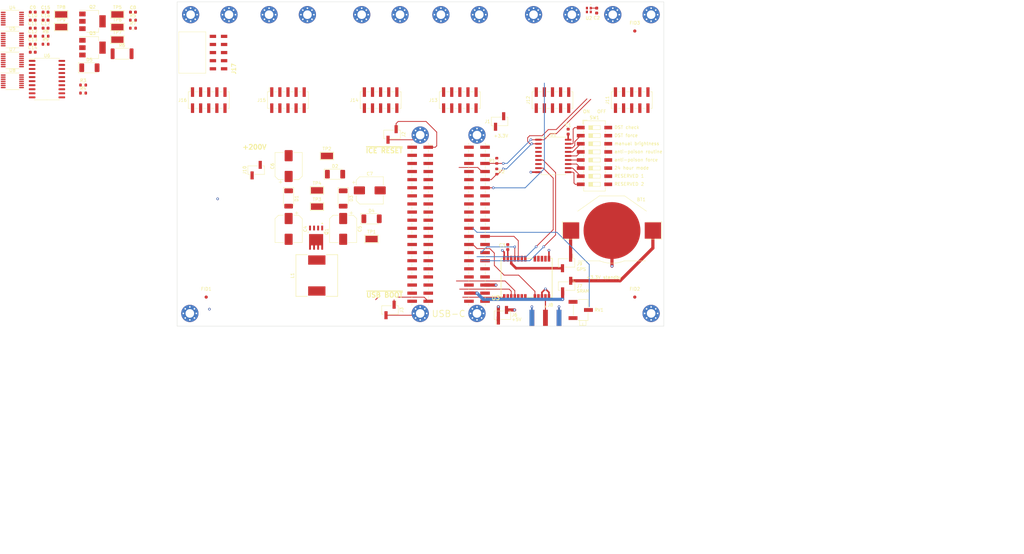
<source format=kicad_pcb>
(kicad_pcb (version 20221018) (generator pcbnew)
  (layers (0 "F.Cu" signal) (1 "In1.Cu" signal) (2 "In2.Cu" signal) (31 "B.Cu" signal) (34 "B.Paste" user) (35 "F.Paste" user) (36 "B.SilkS" user "B.Silkscreen") (37 "F.SilkS" user "F.Silkscreen") (38 "B.Mask" user) (39 "F.Mask" user) (44 "Edge.Cuts" user))
  (net 0 "")
  (net 1 "+5V")
  (net 2 "GND")
  (net 3 "+3.3V")
  (net 4 "VPP")
  (net 5 "+3V3_STDBY")
  (net 6 "/DST_force")
  (net 7 "/DST_check")
  (net 8 "/~{USB_BOOT}")
  (net 9 "/~{ICE_RST}")
  (net 10 "/GPS/RF_IN")
  (net 11 "/manual_brightness")
  (net 12 "/High voltage supply/Boost Quadrupler 1/HV_{FULL-BOOST}")
  (net 13 "/anti-poison_routine")
  (net 14 "/anti-poison_force")
  (net 15 "/24h_mode")
  (net 16 "/RESERVED_1")
  (net 17 "/RESERVED_2")
  (net 18 "/brightness_control")
  (net 19 "/High voltage supply/Boost Quadrupler 1/HV_{HALF-BOOST}")
  (net 20 "/High voltage supply/Boost Quadrupler 1/HV_{QUARTER-BOOST}")
  (net 21 "HV_{SENSE}")
  (net 22 "LSD_{SHUNT}")
  (net 23 "PPS_{TRIMMED}")
  (net 24 "GPS_{1PPS}")
  (net 25 "GPS_{1PPS2}")
  (net 26 "CLOCK_{HV}")
  (net 27 "DATA_{HV}")
  (net 28 "GPS_{BOOT_SEL}")
  (net 29 "GPS_{RXD}")
  (net 30 "GPS_{TXD}")
  (net 31 "GPS_{RSTN}")
  (net 32 "/Nixies/DAISY_{HV-1}")
  (net 33 "/Nixies/DAISY_{HV-4}")
  (net 34 "/High voltage supply/Boost Quadrupler 1/HV_{HALF-SUPPLY}")
  (net 35 "/Nixies/DAISY_{HV-2}")
  (net 36 "/Nixies/DAISY_{HV-5}")
  (net 37 "/Nixies/DAISY_{HV-3}")
  (net 40 "/HV bleed/HV_bleed_{source}")
  (net 41 "/LSD ADC/VCC_{ADC}")
  (net 42 "/LSD ADC/VCC_{lvl-shift-A-1}")
  (net 43 "/LSD ADC/VCC_{lvl-shift-B-1}")
  (net 44 "/LSD ADC/VCC_{lvl-shift-A-2}")
  (net 45 "/LSD ADC/VCC_{lvl-shift-B-2}")
  (net 47 "/HV bleed/HV_bleed_{gate}")
  (net 48 "/HV bleed/HV_bleed_{pulldown}")
  (net 49 "/5V_{SENSE}")
  (net 50 "/3.3V_{SENSE}")
  (net 51 "LSD_{ADC_D0}")
  (net 52 "LSD_{ADC_D1}")
  (net 53 "LSD_{ADC_D2}")
  (net 54 "LSD_{ADC_D3}")
  (net 55 "LSD_{ADC_~{WR}{slash}RDY}")
  (net 56 "LSD_{ADC_MODE}")
  (net 57 "LSD_{ADC_~{RD}}")
  (net 58 "LSD_{ADC_~{INT}}")
  (net 59 "LSD_{ADC_~{CS}}")
  (net 60 "LSD_{ADC_D4}")
  (net 61 "LSD_{ADC_D5}")
  (net 62 "LSD_{ADC_D6}")
  (net 63 "LSD_{ADC_D7}")
  (net 64 "LSD_{ADC_~{OFL}}")
  (net 65 "/GPS/VCC_{GPS}")
  (net 66 "I2C_{DATA}")
  (net 67 "/Nixies/D_{IN-PRECISE}")
  (net 68 "I2C_{CLOCK}")
  (net 69 "SENSE_{PRECISE}")
  (net 71 "MEASURE_{HV}")
  (net 72 "GATE_{HV}")
  (net 75 "/HV bleed/HV_bleed_{drain}")
  (net 78 "/LSD ADC/V_{SHUNT}")
  (net 79 "/VCC_{IO-expander}")
  (net 80 "/VCC_{ALS}")
  (net 81 "/LSD ADC/VCC_{lvl-shift-A-3}")
  (net 82 "/INT_{IO-expander}")
  (net 84 "/~{RESET}_{IO-expander}")
  (net 85 "/LSD ADC/VCC_{lvl-shift-B-3}")
  (net 86 "/LSD ADC/LSD_{ADC_5V_D0}")
  (net 87 "/LSD ADC/LSD_{ADC_5V_D1}")
  (net 88 "/LSD ADC/LSD_{ADC_5V_D2}")
  (net 89 "/LSD ADC/LSD_{ADC_5V_D3}")
  (net 90 "/LSD ADC/LSD_{ADC_5V_~{WR}{slash}RDY}")
  (net 91 "/LSD ADC/LSD_{ADC_5V_MODE}")
  (net 92 "/LSD ADC/LSD_{ADC_5V_~{RD}}")
  (net 93 "/LSD ADC/LSD_{ADC_5V_~{INT}}")
  (net 94 "/LSD ADC/LSD_{ADC_5V_~{CS}}")
  (net 95 "/LSD ADC/LSD_{ADC_5V_D4}")
  (net 96 "/LSD ADC/LSD_{ADC_5V_D5}")
  (net 97 "/LSD ADC/LSD_{ADC_5V_D6}")
  (net 98 "/LSD ADC/LSD_{ADC_5V_D7}")
  (net 99 "/LSD ADC/LSD_{ADC_5V_~{OFL}}")
  (net 100 "DATA_{PRECISE}")
  (net 101 "CLOCK_{PRECISE}")
  (net 112 "/3.3V_STDBY_SRAM_{SENSE}")
  (net 113 "/GPS/3.3V_STDBY_GPS_{SENSE}")
  (net 143 "/LSD ADC/VCC_{lvl-shift-A-4}")
  (net 144 "/LSD ADC/VCC_{lvl-shift-B-4}")
  (footprint "Package_SO:TSSOP-14_4.4x5mm_P0.65mm" (layer "F.Cu") (at -35.6775 21.105)
    (fp_text reference "U4")
    (fp_text value "~")
  )
  (footprint "MountingHole:MountingHole_2.7mm_M2.5_Pad_Via" (layer "F.Cu") (at 139.475 19.875)
    (fp_text reference "H16" hide)
    (fp_text value "MountingHole_Pad")
  )
  (footprint "MountingHole:MountingHole_2.7mm_M2.5_Pad_Via" (layer "F.Cu") (at 98.475 19.875)
    (fp_text reference "H13" hide)
    (fp_text value "MountingHole_Pad")
  )
  (footprint "Diode_SMD:D_MELF" (layer "F.Cu") (at 50.8 77.47 -90)
    (fp_text reference "D1")
    (fp_text value "SM4004")
  )
  (footprint "Package_TO_SOT_SMD:SOT-223-3_TabPin2" (layer "F.Cu") (at -10.6075 30.205)
    (fp_text reference "Q3")
    (fp_text value "BSP88")
  )
  (footprint "MountingHole:MountingHole_2.7mm_M2.5_Pad_Via" (layer "F.Cu") (at 164.275 113.475)
    (fp_text reference "H4" hide)
    (fp_text value "MountingHole_Pad")
  )
  (footprint "Resistor_SMD:R_0603_1608Metric" (layer "F.Cu") (at 2.0725 24.105)
    (fp_text reference "R7")
    (fp_text value "100k")
  )
  (footprint "00_lib:TestPoint_Keystone_5019_Minature" (layer "F.Cu") (at -20.4075 23.755)
    (fp_text reference "TP9")
    (fp_text value "TestPoint")
  )
  (footprint "00_lib:TestPoint_Keystone_5019_Minature" (layer "F.Cu") (at -20.4075 19.805)
    (fp_text reference "TP8")
    (fp_text value "TestPoint")
  )
  (footprint "00_lib:TestPoint_Keystone_5019_Minature" (layer "F.Cu") (at -2.8075 27.705)
    (fp_text reference "TP7")
    (fp_text value "TestPoint")
  )
  (footprint "MountingHole:MountingHole_2.7mm_M2.5_Pad_Via" (layer "F.Cu") (at 91.985 57.595)
    (fp_text reference "H5" hide)
    (fp_text value "MountingHole_Pad")
  )
  (footprint "Connector_PinHeader_2.54mm:PinHeader_1x02_P2.54mm_Vertical_SMD_Pin1Left" (layer "F.Cu") (at 116.84 53.34 90)
    (fp_text reference "J1")
    (fp_text value "Conn_01x02_Pin")
  )
  (footprint "Capacitor_SMD:C_0603_1608Metric" (layer "F.Cu") (at -29.2975 29.125)
    (fp_text reference "C13")
    (fp_text value "0.1u")
  )
  (footprint "00_lib:IN-14 daughter board" (layer "F.Cu") (at 25.795 46.665 90)
    (fp_text reference "J16")
    (fp_text value "~")
  )
  (footprint "Connector_PinHeader_2.54mm:PinHeader_1x02_P2.54mm_Vertical_SMD_Pin1Left" (layer "F.Cu") (at 137.827 104.906 -90)
    (fp_text reference "J7")
    (fp_text value "Conn_01x02_Pin")
  )
  (footprint "Capacitor_SMD:C_0603_1608Metric" (layer "F.Cu") (at -25.2875 24.105)
    (fp_text reference "C17")
    (fp_text value "0.1u")
  )
  (footprint "Resistor_SMD:R_0603_1608Metric" (layer "F.Cu") (at 115.951 69.024 90)
    (fp_text reference "R2")
    (fp_text value "1k")
  )
  (footprint "MountingHole:MountingHole_2.7mm_M2.5_Pad_Via" (layer "F.Cu") (at 91.985 113.475)
    (fp_text reference "H2" hide)
    (fp_text value "MountingHole_Pad")
  )
  (footprint "Resistor_SMD:R_0603_1608Metric" (layer "F.Cu") (at 115.951 65.66 90)
    (fp_text reference "R1")
    (fp_text value "1k")
  )
  (footprint "Package_SO:TSSOP-14_4.4x5mm_P0.65mm" (layer "F.Cu") (at -35.6775 27.655)
    (fp_text reference "U5")
    (fp_text value "~")
  )
  (footprint "Connector_PinHeader_2.54mm:PinHeader_1x02_P2.54mm_Vertical_SMD_Pin1Left" (layer "F.Cu") (at 117.729 114.05 90)
    (fp_text reference "J6")
    (fp_text value "Conn_01x02_Pin")
  )
  (footprint "00_lib:pico iCE (B)" (layer "F.Cu") (at 109.785 84.265)
    (fp_text reference "J5" hide)
    (fp_text value "pico iCE (B)")
  )
  (footprint "00_lib:IN-14 daughter board" (layer "F.Cu") (at 104.395 46.665 90)
    (fp_text reference "J13")
    (fp_text value "~")
  )
  (footprint "00_lib:pico iCE (A)" (layer "F.Cu") (at 91.965 84.265)
    (fp_text reference "J4" hide)
    (fp_text value "pico iCE (A)")
  )
  (footprint "Capacitor_SMD:C_0603_1608Metric" (layer "F.Cu") (at -29.2975 21.595)
    (fp_text reference "C10")
    (fp_text value "0.1u")
  )
  (footprint "00_lib:IN-14 daughter board" (layer "F.Cu") (at 50.595 46.665 90)
    (fp_text reference "J15")
    (fp_text value "~")
  )
  (footprint "Resistor_SMD:R_0603_1608Metric" (layer "F.Cu") (at -25.2875 26.615)
    (fp_text reference "R8")
    (fp_text value "1M")
  )
  (footprint "MountingHole:MountingHole_2.7mm_M2.5_Pad_Via" (layer "F.Cu") (at 127.475 19.875)
    (fp_text reference "H15" hide)
    (fp_text value "MountingHole_Pad")
  )
  (footprint "Battery:BatteryHolder_Keystone_3002_1x2032" (layer "F.Cu") (at 152.019 87.503 180)
    (fp_text reference "BT1")
    (fp_text value "Battery_Cell")
  )
  (footprint "Connector_PinHeader_2.54mm:PinHeader_1x02_P2.54mm_Vertical_SMD_Pin1Left" (layer "F.Cu") (at 40.64 68.58 90)
    (fp_text reference "J10")
    (fp_text value "Conn_01x02_Pin")
  )
  (footprint "00_lib:TestPoint_Keystone_5019_Minature" (layer "F.Cu") (at -2.8075 19.805)
    (fp_text reference "TP5")
    (fp_text value "TestPoint")
  )
  (footprint "Diode_SMD:D_MELF" (layer "F.Cu") (at 67.87 77.47 -90)
    (fp_text reference "D3")
    (fp_text value "SM4004")
  )
  (footprint "Resistor_SMD:R_0603_1608Metric" (layer "F.Cu") (at 2.0725 21.595)
    (fp_text reference "R5")
    (fp_text value "1M")
  )
  (footprint "Resistor_SMD:R_0603_1608Metric" (layer "F.Cu") (at -25.2875 29.125)
    (fp_text reference "R9")
    (fp_text value "47k")
  )
  (footprint "Connector_PinHeader_2.54mm:PinHeader_1x02_P2.54mm_Vertical_SMD_Pin1Left" (layer "F.Cu") (at 137.795 97.663 -90)
    (fp_text reference "J9")
    (fp_text value "Conn_01x02_Pin")
  )
  (footprint "MountingHole:MountingHole_2.7mm_M2.5_Pad_Via" (layer "F.Cu") (at 44.675 19.875)
    (fp_text reference "H9" hide)
    (fp_text value "MountingHole_Pad")
  )
  (footprint "Capacitor_SMD:CP_Elec_8x10" (layer "F.Cu") (at 50.8 86.995 -90)
    (fp_text reference "C4")
    (fp_text value "1u" hide)
  )
  (footprint "00_lib:PX1125T" (layer "F.Cu") (at 125.291 102.331 -90)
    (fp_text reference "U3")
    (fp_text value "PX1125T" hide)
  )
  (footprint "Capacitor_SMD:CP_Elec_8x10" (layer "F.Cu") (at 76.2 74.93)
    (fp_text reference "C7")
    (fp_text value "1u")
  )
  (footprint "Package_SO:TSSOP-14_4.4x5mm_P0.65mm" (layer "F.Cu") (at -35.6775 34.205)
    (fp_text reference "U7")
    (fp_text value "~")
  )
  (footprint "Diode_SMD:D_MELF" (layer "F.Cu") (at -11.5625 36.5)
    (fp_text reference "D5")
    (fp_text value "SM4004")
  )
  (footprint "Capacitor_SMD:C_0603_1608Metric" (layer "F.Cu") (at -29.2975 26.615)
    (fp_text reference "C12")
    (fp_text value "0.1u")
  )
  (footprint "00_lib:IND_BOURNS_SRR1280" (layer "F.Cu") (at 59.615 101.6 90)
    (fp_text reference "L1")
    (fp_text value "10u")
  )
  (footprint "Fiducial:Fiducial_1mm_Mask3mm" (layer "F.Cu") (at 159.155 108.355)
    (fp_text reference "FID2")
    (fp_text value "Fiducial")
  )
  (footprint "MountingHole:MountingHole_2.7mm_M2.5_Pad_Via" (layer "F.Cu") (at 32.125 19.875)
    (fp_text reference "H8" hide)
    (fp_text value "MountingHole_Pad")
  )
  (footprint "Package_TO_SOT_SMD:SOT-223-3_TabPin2" (layer "F.Cu") (at -10.6075 21.955)
    (fp_text reference "Q2")
    (fp_text value "BSP88")
  )
  (footprint "00_lib:IN-14 daughter board" (layer "F.Cu") (at 133.395 46.665 90)
    (fp_text reference "J12")
    (fp_text value "~")
  )
  (footprint "Capacitor_SMD:C_0603_1608Metric" (layer "F.Cu") (at 138.303 56.515 -90)
    (fp_text reference "C1")
    (fp_text value "0.1u")
  )
  (footprint "Resistor_SMD:R_0603_1608Metric" (layer "F.Cu") (at -13.5275 44.435)
    (fp_text reference "R4")
    (fp_text value "100k")
  )
  (footprint "Button_Switch_SMD:SW_DIP_SPSTx08_Slide_6.7x21.88mm_W8.61mm_P2.54mm_LowProfile" (layer "F.Cu") (at 146.545 64.135)
    (fp_text reference "SW1")
    (fp_text value "SW_DIP_x08")
  )
  (footprint "00_lib:TestPoint_Keystone_5019_Minature" (layer "F.Cu") (at 59.69 74.93)
    (fp_text reference "TP4")
    (fp_text value "TestPoint")
  )
  (footprint "Potentiometer_SMD:Potentiometer_Bourns_3269X_Horizontal" (layer "F.Cu") (at 142.24 112.395 90)
    (fp_text reference "RV1")
    (fp_text value "100k")
  )
  (footprint "MountingHole:MountingHole_2.7mm_M2.5_Pad_Via" (layer "F.Cu") (at 109.765 57.595)
    (fp_text reference "H6" hide)
    (fp_text value "MountingHole_Pad")
  )
  (footprint "MountingHole:MountingHole_2.7mm_M2.5_Pad_Via" (layer "F.Cu") (at 152.275 19.875)
    (fp_text reference "H17" hide)
    (fp_text value "MountingHole_Pad")
  )
  (footprint "MountingHole:MountingHole_2.7mm_M2.5_Pad_Via" (layer "F.Cu") (at 56.675 19.875)
    (fp_text reference "H10" hide)
    (fp_text value "MountingHole_Pad")
  )
  (footprint "Connector_PinHeader_2.54mm:PinHeader_1x02_P2.54mm_Vertical_SMD_Pin1Left" (layer "F.Cu") (at 83.185 57.4 -90)
    (fp_text reference "J2")
    (fp_text value "Conn_01x02_Pin")
  )
  (footprint "00_lib:TestPoint_Keystone_5019_Minature" (layer "F.Cu") (at 76.76 90.17)
    (fp_text reference "TP1")
    (fp_text value "TestPoint")
  )
  (footprint "Capacitor_SMD:C_0603_1608Metric" (layer "F.Cu") (at 2.0725 19.085)
    (fp_text reference "C8")
    (fp_text value "1u")
  )
  (footprint "00_lib:TestPoint_Keystone_5019_Minature" (layer "F.Cu") (at -2.8075 23.755)
    (fp_text reference "TP6")
    (fp_text value "TestPoint")
  )
  (footprint "Resistor_SMD:R_2512_6332Metric" (layer "F.Cu") (at -1.3375 32.125)
    (fp_text reference "R6")
    (fp_text value "10k")
  )
  (footprint "Capacitor_SMD:CP_Elec_8x10" (layer "F.Cu") (at 67.87 86.995 -90)
    (fp_text reference "C5")
    (fp_text value "1u")
  )
  (footprint "Capacitor_SMD:C_0603_1608Metric" (layer "F.Cu") (at -25.2875 21.595)
    (fp_text reference "C16")
    (fp_text value "0.1u")
  )
  (footprint "00_lib:LTR-329ALS-01_LTO" (layer "F.Cu") (at 144.78 18.415 -90)
    (fp_text reference "U2")
    (fp_text value "LTR-329ALS-01" hide)
  )
  (footprint "Capacitor_SMD:C_0603_1608Metric" (layer "F.Cu") (at -29.2975 24.105)
    (fp_text reference "C11")
    (fp_text value "0.1u")
  )
  (footprint "MountingHole:MountingHole_2.7mm_M2.5_Pad_Via" (layer "F.Cu") (at 164.275 19.875)
    (fp_text reference "H18" hide)
    (fp_text value "MountingHole_Pad")
  )
  (footprint "MountingHole:MountingHole_2.7mm_M2.5_Pad_Via" (layer "F.Cu") (at 110.475 19.875)
    (fp_text reference "H14" hide)
    (fp_text value "MountingHole_Pad")
  )
  (footprint "Diode_SMD:D_MELF" (layer "F.Cu") (at 65.33 69.85)
    (fp_text reference "D2")
    (fp_text value "SM4004")
  )
  (footprint "Diode_SMD:D_MELF" (layer "F.Cu") (at 76.76 83.82)
    (fp_text reference "D4")
    (fp_text value "SM4004")
  )
  (footprint "00_lib:TestPoint_Keystone_5019_Minature" (layer "F.Cu") (at 62.79 64.135)
    (fp_text reference "TP2")
    (fp_text value "TestPoint")
  )
  (footprint "Capacitor_SMD:CP_Elec_8x10" (layer "F.Cu") (at 50.8 67.31 90)
    (fp_text reference "C6")
    (fp_text value "1u")
  )
  (footprint "Fiducial:Fiducial_1mm_Mask3mm" (layer "F.Cu") (at 24.995 108.355)
    (fp_text reference "FID1")
    (fp_text value "Fiducial")
  )
  (footprint "00_lib:Infineon-PG-TDSON-8-0-0-MFG" (layer "F.Cu") (at 59.4 89.74 -90)
    (fp_text reference "Q1")
    (fp_text value "IRLH5030TRPBF" hide)
  )
  (footprint "Capacitor_SMD:C_0603_1608Metric" (layer "F.Cu") (at 147.228001 18.5931 90)
    (fp_text reference "C2")
    (fp_text value "0.1u")
  )
  (footprint "Capacitor_SMD:C_0603_1608Metric" (layer "F.Cu") (at -29.2975 19.085)
    (fp_text reference "C9")
    (fp_text value "0.1u")
  )
  (footprint "Symbol:Symbol_HighVoltage_Type2_CopperTop_VerySmall" (layer "F.Cu") (at 31.75 75.565)
    (fp_text reference "REF**" hide)
    (fp_text value "Symbol_HighVoltage_Type2_CopperTop_VerySmall")
  )
  (footprint "Resistor_SMD:R_0603_1608Metric" (layer "F.Cu") (at -13.5275 41.925)
    (fp_text reference "R3")
    (fp_text value "10M")
  )
  (footprint "MountingHole:MountingHole_2.7mm_M2.5_Pad_Via" (layer "F.Cu") (at 85.675 19.875)
    (fp_text reference "H12" hide)
    (fp_text value "MountingHole_Pad")
  )
  (footprint "00_lib:IN-14 daughter board" (layer "F.Cu") (at 158.195 46.665 90)
    (fp_text reference "J11")
    (fp_text value "~")
  )
  (footprint "MountingHole:MountingHole_2.7mm_M2.5_Pad_Via" (layer "F.Cu") (at 73.675 19.875)
    (fp_text reference "H11" hide)
    (fp_text value "MountingHole_Pad")
  )
  (footprint "Capacitor_SMD:C_0603_1608Metric" (layer "F.Cu") (at 119.391 92.679 90)
    (fp_text reference "C3")
    (fp_text value "0.1u")
  )
  (footprint "Package_SO:SOIC-18W_7.5x11.6mm_P1.27mm" (layer "F.Cu") (at 133.653 64.135)
    (fp_text reference "U1")
    (fp_text value "MCP23008-xSO")
  )
  (footprint "00_lib:M207920542R" (layer "F.Cu") (at 23.495 31.75 90)
    (fp_text reference "J17")
    (fp_text value "Conn_02x05_Odd_Even" hide)
  )
  (footprint "Package_SO:TSSOP-14_4.4x5mm_P0.65mm" (layer "F.Cu") (at -35.6775 40.755)
    (fp_text reference "U8")
    (fp_text value "~")
  )
  (footprint "Fiducial:Fiducial_1mm_Mask3mm" (layer "F.Cu") (at 159.155 24.995)
    (fp_text reference "FID3")
    (fp_text value "Fiducial")
  )
  (footprint "MountingHole:MountingHole_2.7mm_M2.5_Pad_Via" (layer "F.Cu") (at 19.875 113.475)
    (fp_text reference "H1" hide)
    (fp_text value "MountingHole_Pad")
  )
  (footprint "Capacitor_SMD:C_0603_1608Metric" (layer "F.Cu") (at -29.2975 31.635)
    (fp_text reference "C14")
    (fp_text value "0.1u")
  )
  (footprint "MountingHole:MountingHole_2.7mm_M2.5_Pad_Via" (layer "F.Cu") (at 20.125 19.875)
    (fp_text reference "H7" hide)
    (fp_text value "MountingHole_Pad")
  )
  (footprint "Package_SO:SOIC-20W_7.5x12.8mm_P1.27mm" (layer "F.Cu") (at -24.8475 40.065)
    (fp_text reference "U6")
    (fp_text value "ADC0820BCWMX")
  )
  (footprint "00_lib:SMA_Amphenol_132289_EdgeMount" (layer "F.Cu") (at 131.191 114.875 -90)
    (fp_text reference "J8")
    (fp_text value "Conn_Coaxial")
  )
  (footprint "00_lib:IN-14 daughter board" (layer "F.Cu") (at 79.595 46.665 90)
    (fp_text reference "J14")
    (fp_text value "~")
  )
  (footprint "Connector_PinHeader_2.54mm:PinHeader_1x02_P2.54mm_Vertical_SMD_Pin1Left" (layer "F.Cu") (at 82.55 112.395 -90)
    (fp_text reference "J3")
    (fp_text value "Conn_01x02_Pin")
  )
  (footprint "00_lib:TestPoint_Keystone_5019_Minature" (layer "F.Cu") (at 59.69 80.01)
    (fp_text reference "TP3")
    (fp_text value "TestPoint")
  )
  (footprint "MountingHole:MountingHole_2.7mm_M2.5_Pad_Via" (layer "F.Cu") (at 109.765 113.475)
    (fp_text reference "H3" hide)
    (fp_text value "MountingHole_Pad")
  )
  (footprint "Capacitor_SMD:C_0603_1608Metric" (layer "F.Cu") (at -25.2875 19.085)
    (fp_text reference "C15")
    (fp_text value "0.1u")
  )
  (gr_rect (start 15.875 15.875) (end 168.275 117.475) (stroke (width 0.1)) (fill none) (layer "Edge.Cuts"))
  (gr_text "manual brightness" (at 166.893096 60.84) (layer "F.SilkS") (effects (font (size 1 1)) (justify right bottom)))
  (gr_text "ON" (at 142.875 50.8) (layer "F.SilkS") (effects (font (size 1 1)) (justify left bottom)))
  (gr_text "GPS" (at 140.843 100.203) (layer "F.SilkS") (effects (font (size 1 1)) (justify left bottom)))
  (gr_text "anti-poison force" (at 166.464524 65.92) (layer "F.SilkS") (effects (font (size 1 1)) (justify right bottom)))
  (gr_text "SRAM" (at 140.843 107.061) (layer "F.SilkS") (effects (font (size 1 1)) (justify left bottom)))
  (gr_text "~{USB BOOT}" (at 74.93 108.585) (layer "F.SilkS") (effects (font (size 1.5 1.5) (thickness 0.3) bold) (justify left bottom)))
  (gr_text "+3.3V" (at 114.935 58.42) (layer "F.SilkS") (effects (font (size 1 1)) (justify left bottom)))
  (gr_text "24 hour mode" (at 163.655 68.46) (layer "F.SilkS") (effects (font (size 1 1)) (justify right bottom)))
  (gr_text "OFF" (at 147.32 50.8) (layer "F.SilkS") (effects (font (size 1 1)) (justify left bottom)))
  (gr_text "anti-poison routine" (at 167.893095 63.38) (layer "F.SilkS") (effects (font (size 1 1)) (justify right bottom)))
  (gr_text "~{ICE RESET}" (at 74.803 63.373) (layer "F.SilkS") (effects (font (size 1.5 1.5) (thickness 0.3) bold) (justify left bottom)))
  (gr_text "+5V" (at 120.523 115.951) (layer "F.SilkS") (effects (font (size 1 1)) (justify left bottom)))
  (gr_text "RESERVED 2" (at 162.13119 73.54) (layer "F.SilkS") (effects (font (size 1 1)) (justify right bottom)))
  (gr_text "RESERVED 1" (at 162.13119 71) (layer "F.SilkS") (effects (font (size 1 1)) (justify right bottom)))
  (gr_text "+200V" (at 36.195 62.23) (layer "F.SilkS") (effects (font (size 1.5 1.5) (thickness 0.3) bold) (justify left bottom)))
  (gr_text "DST check" (at 160.655 55.76) (layer "F.SilkS") (effects (font (size 1 1)) (justify right bottom)))
  (gr_text "DST force" (at 160.17881 58.3) (layer "F.SilkS") (effects (font (size 1 1)) (justify right bottom)))
  (gr_text "+3.3V standby" (at 143.891 102.743) (layer "F.SilkS") (effects (font (size 1 1)) (justify left bottom)))
  (segment (start 118.999 112.395) (end 121.539 112.395) (width 1) (layer "F.Cu") (net 1))
  (via (at 121.539 112.395) (size 0.8) (drill 0.4) (layers "F.Cu" "B.Cu") (net 1))
  (segment (start 131.191 105.791) (end 130.091 106.891) (width 0.5) (layer "F.Cu") (net 2))
  (segment (start 130.091 106.891) (end 130.091 108.331) (width 0.5) (layer "F.Cu") (net 2))
  (segment (start 91.41 114.05) (end 91.985 113.475) (width 0.25) (layer "F.Cu") (net 2))
  (segment (start 135.441 114.875) (end 135.441 111.379) (width 0.5) (layer "F.Cu") (net 2))
  (segment (start 131.191 105.791) (end 132.291 106.891) (width 0.5) (layer "F.Cu") (net 2))
  (segment (start 126.941 114.875) (end 126.941 111.379) (width 0.5) (layer "F.Cu") (net 2))
  (segment (start 118.291 94.315) (end 118.291 96.331) (width 0.5) (layer "F.Cu") (net 2))
  (segment (start 90.525 59.055) (end 91.985 57.595) (width 0.25) (layer "F.Cu") (net 2))
  (segment (start 81.915 59.055) (end 90.525 59.055) (width 0.25) (layer "F.Cu") (net 2))
  (segment (start 152.019 98.679) (end 152.019 87.503) (width 1) (layer "F.Cu") (net 2))
  (segment (start 129.003 69.215) (end 126.619 69.215) (width 0.5) (layer "F.Cu") (net 2))
  (segment (start 132.291 106.891) (end 132.291 108.331) (width 0.5) (layer "F.Cu") (net 2))
  (segment (start 132.291 93.695) (end 132.291 96.331) (width 0.5) (layer "F.Cu") (net 2))
  (segment (start 81.28 114.05) (end 91.41 114.05) (width 0.25) (layer "F.Cu") (net 2))
  (segment (start 117.689 93.713) (end 118.291 94.315) (width 0.5) (layer "F.Cu") (net 2))
  (via (at 132.291 93.695) (size 0.8) (drill 0.4) (layers "F.Cu" "B.Cu") (net 2))
  (via (at 152.019 98.679) (size 0.8) (drill 0.4) (layers "F.Cu" "B.Cu") (net 2))
  (via (at 28.575 77.58) (size 0.8) (drill 0.4) (layers "F.Cu" "B.Cu") (net 2))
  (via (at 26.01 112.141) (size 0.8) (drill 0.4) (layers "F.Cu" "B.Cu") (net 2))
  (via (at 135.441 111.379) (size 0.8) (drill 0.4) (layers "F.Cu" "B.Cu") (net 2))
  (via (at 131.191 105.791) (size 0.8) (drill 0.4) (layers "F.Cu" "B.Cu") (net 2))
  (via (at 126.619 69.215) (size 0.8) (drill 0.4) (layers "F.Cu" "B.Cu") (net 2))
  (via (at 126.941 111.379) (size 0.8) (drill 0.4) (layers "F.Cu" "B.Cu") (net 2))
  (via (at 117.689 93.713) (size 0.8) (drill 0.4) (layers "F.Cu" "B.Cu") (net 2))
  (segment (start 126.941 114.875) (end 126.941 111.379) (width 0.5) (layer "B.Cu") (net 2))
  (segment (start 135.441 114.875) (end 135.441 111.379) (width 0.5) (layer "B.Cu") (net 2))
  (segment (start 139.065 87.657) (end 139.219 87.503) (width 1) (layer "F.Cu") (net 5))
  (segment (start 139.065 96.008) (end 139.065 87.657) (width 1) (layer "F.Cu") (net 5))
  (segment (start 164.819 87.503) (end 164.819 92.991) (width 1) (layer "F.Cu") (net 5))
  (segment (start 154.559 103.251) (end 139.097 103.251) (width 1) (layer "F.Cu") (net 5))
  (segment (start 164.819 92.991) (end 154.559 103.251) (width 1) (layer "F.Cu") (net 5))
  (segment (start 140.375 60.8685) (end 139.6485 61.595) (width 0.25) (layer "F.Cu") (net 6))
  (segment (start 140.375 59.65) (end 140.375 60.8685) (width 0.25) (layer "F.Cu") (net 6))
  (segment (start 142.24 57.785) (end 140.375 59.65) (width 0.25) (layer "F.Cu") (net 6))
  (segment (start 139.6485 61.595) (end 138.303 61.595) (width 0.25) (layer "F.Cu") (net 6))
  (segment (start 139.875 60.1355) (end 139.6855 60.325) (width 0.25) (layer "F.Cu") (net 7))
  (segment (start 139.875 55.705) (end 139.875 60.1355) (width 0.25) (layer "F.Cu") (net 7))
  (segment (start 142.475 55.26) (end 140.32 55.26) (width 0.25) (layer "F.Cu") (net 7))
  (segment (start 139.6855 60.325) (end 138.303 60.325) (width 0.25) (layer "F.Cu") (net 7))
  (segment (start 140.32 55.26) (end 139.875 55.705) (width 0.25) (layer "F.Cu") (net 7))
  (segment (start 84.625 108.375) (end 93.215 108.375) (width 0.25) (layer "F.Cu") (net 8))
  (segment (start 93.215 108.375) (end 94.505 109.665) (width 0.25) (layer "F.Cu") (net 8))
  (segment (start 83.82 110.74) (end 83.82 109.18) (width 0.25) (layer "F.Cu") (net 8))
  (segment (start 78.03 109.18) (end 78.835 108.375) (width 0.25) (layer "F.Cu") (net 8))
  (segment (start 93.822176 53.34) (end 97.155 56.672824) (width 0.25) (layer "F.Cu") (net 9))
  (segment (start 97.155 56.672824) (end 97.155 60.96) (width 0.25) (layer "F.Cu") (net 9))
  (segment (start 84.455 55.745) (end 84.455 53.975) (width 0.25) (layer "F.Cu") (net 9))
  (segment (start 96.71 61.405) (end 94.505 61.405) (width 0.25) (layer "F.Cu") (net 9))
  (segment (start 84.455 53.975) (end 85.09 53.34) (width 0.25) (layer "F.Cu") (net 9))
  (segment (start 97.155 60.96) (end 96.71 61.405) (width 0.25) (layer "F.Cu") (net 9))
  (segment (start 85.09 53.34) (end 93.822176 53.34) (width 0.25) (layer "F.Cu") (net 9))
  (segment (start 131.191 114.875) (end 131.191 108.331) (width 0.35) (layer "F.Cu") (net 10))
  (segment (start 139.7 62.865) (end 138.303 62.865) (width 0.25) (layer "F.Cu") (net 11))
  (segment (start 142.24 60.325) (end 139.7 62.865) (width 0.25) (layer "F.Cu") (net 11))
  (segment (start 140.97 64.135) (end 138.303 64.135) (width 0.25) (layer "F.Cu") (net 13))
  (segment (start 142.24 62.865) (end 140.97 64.135) (width 0.25) (layer "F.Cu") (net 13))
  (segment (start 142.225 65.42) (end 138.318 65.42) (width 0.25) (layer "F.Cu") (net 14))
  (segment (start 142.24 65.405) (end 142.225 65.42) (width 0.25) (layer "F.Cu") (net 14))
  (segment (start 138.318 65.42) (end 138.303 65.405) (width 0.25) (layer "F.Cu") (net 14))
  (segment (start 140.97 66.675) (end 138.303 66.675) (width 0.25) (layer "F.Cu") (net 15))
  (segment (start 142.255 67.96) (end 140.97 66.675) (width 0.25) (layer "F.Cu") (net 15))
  (segment (start 138.303 67.945) (end 139.7 67.945) (width 0.25) (layer "F.Cu") (net 16))
  (segment (start 139.7 67.945) (end 142.24 70.485) (width 0.25) (layer "F.Cu") (net 16))
  (segment (start 140.125 72.625) (end 140.125 69.513) (width 0.25) (layer "F.Cu") (net 17))
  (segment (start 140.125 69.513) (end 139.827 69.215) (width 0.25) (layer "F.Cu") (net 17))
  (segment (start 142.24 73.025) (end 140.525 73.025) (width 0.25) (layer "F.Cu") (net 17))
  (segment (start 139.827 69.215) (end 138.303 69.215) (width 0.25) (layer "F.Cu") (net 17))
  (segment (start 140.525 73.025) (end 140.125 72.625) (width 0.25) (layer "F.Cu") (net 17))
  (segment (start 144.907 98.157) (end 134.825 88.075) (width 0.25) (layer "B.Cu") (net 18))
  (segment (start 134.825 88.075) (end 109.765 88.075) (width 0.25) (layer "B.Cu") (net 18))
  (segment (start 109.765 88.075) (end 108.495 86.805) (width 0.25) (layer "B.Cu") (net 18))
  (segment (start 144.907 111.379) (end 144.907 98.157) (width 0.25) (layer "B.Cu") (net 18))
  (segment (start 114.875 74.125) (end 114.855 74.105) (width 0.25) (layer "F.Cu") (net 23))
  (segment (start 114.855 74.105) (end 112.285 74.105) (width 0.25) (layer "F.Cu") (net 23))
  (via (at 114.875 74.125) (size 0.8) (drill 0.4) (layers "F.Cu" "B.Cu") (net 23))
  (segment (start 130.855 68.117) (end 124.847 74.125) (width 0.25) (layer "B.Cu") (net 23))
  (segment (start 114.875 74.125) (end 114.875 74.105) (width 0.25) (layer "B.Cu") (net 23))
  (segment (start 130.855 41.32) (end 130.855 68.117) (width 0.25) (layer "B.Cu") (net 23))
  (segment (start 124.847 74.125) (end 114.875 74.125) (width 0.25) (layer "B.Cu") (net 23))
  (segment (start 119.825 105.855) (end 104.331 105.855) (width 0.25) (layer "F.Cu") (net 24))
  (segment (start 120.491 108.331) (end 120.491 106.521) (width 0.25) (layer "F.Cu") (net 24))
  (segment (start 120.491 106.521) (end 119.825 105.855) (width 0.25) (layer "F.Cu") (net 24))
  (segment (start 121.591 108.331) (end 121.591 106.351) (width 0.25) (layer "F.Cu") (net 25))
  (segment (start 118.555 103.315) (end 103.315 103.315) (width 0.25) (layer "F.Cu") (net 25))
  (segment (start 121.591 106.351) (end 118.555 103.315) (width 0.25) (layer "F.Cu") (net 25))
  (segment (start 118.291 108.331) (end 118.227 108.395) (width 0.25) (layer "F.Cu") (net 28))
  (segment (start 118.227 108.395) (end 105.283 108.395) (width 0.25) (layer "F.Cu") (net 28))
  (segment (start 121.591 96.331) (end 121.591 92.635) (width 0.25) (layer "F.Cu") (net 29))
  (via (at 121.591 92.635) (size 0.8) (drill 0.4) (layers "F.Cu" "B.Cu") (net 29))
  (segment (start 112.825 92.635) (end 111.035 94.425) (width 0.25) (layer "B.Cu") (net 29))
  (segment (start 121.591 92.635) (end 112.825 92.635) (width 0.25) (layer "B.Cu") (net 29))
  (segment (start 122.691 96.331) (end 122.691 90.687) (width 0.25) (layer "F.Cu") (net 30))
  (segment (start 122.691 90.687) (end 121.349 89.345) (width 0.25) (layer "F.Cu") (net 30))
  (segment (start 121.349 89.345) (end 111.035 89.345) (width 0.25) (layer "F.Cu") (net 30))
  (segment (start 127.891 108.331) (end 127.891 106.555) (width 0.25) (layer "F.Cu") (net 31))
  (segment (start 118.237 101.473) (end 115.189 98.425) (width 0.25) (layer "F.Cu") (net 31))
  (segment (start 115.189 98.425) (end 115.189 94.579) (width 0.25) (layer "F.Cu") (net 31))
  (segment (start 127.891 106.555) (end 122.809 101.473) (width 0.25) (layer "F.Cu") (net 31))
  (segment (start 115.189 94.579) (end 113.765 93.155) (width 0.25) (layer "F.Cu") (net 31))
  (segment (start 113.765 93.155) (end 109.765 93.155) (width 0.25) (layer "F.Cu") (net 31))
  (segment (start 122.809 101.473) (end 118.237 101.473) (width 0.25) (layer "F.Cu") (net 31))
  (segment (start 109.765 93.155) (end 108.495 91.885) (width 0.25) (layer "F.Cu") (net 31))
  (segment (start 116.459 111.379) (end 116.459 115.705) (width 1) (layer "F.Cu") (net 49))
  (segment (start 112.285 104.585) (end 115.697 104.585) (width 1) (layer "F.Cu") (net 49))
  (via (at 115.697 104.585) (size 0.8) (drill 0.4) (layers "F.Cu" "B.Cu") (net 49))
  (via (at 116.459 111.379) (size 0.8) (drill 0.4) (layers "F.Cu" "B.Cu") (net 49))
  (segment (start 119.391 96.331) (end 119.391 93.454) (width 0.5) (layer "F.Cu") (net 65))
  (segment (start 130.175 57.785) (end 132.08 55.88) (width 0.25) (layer "F.Cu") (net 66))
  (segment (start 132.08 55.88) (end 134.547894 55.88) (width 0.25) (layer "F.Cu") (net 66))
  (segment (start 125.625 58.421492) (end 126.261492 57.785) (width 0.25) (layer "F.Cu") (net 66))
  (segment (start 126.365 60.325) (end 125.625 59.585) (width 0.25) (layer "F.Cu") (net 66))
  (segment (start 114.235 71.565) (end 115.951 69.849) (width 0.25) (layer "F.Cu") (net 66))
  (segment (start 134.547894 55.88) (end 144.180001 46.247893) (width 0.25) (layer "F.Cu") (net 66))
  (segment (start 125.625 59.585) (end 125.625 58.421492) (width 0.25) (layer "F.Cu") (net 66))
  (segment (start 126.261492 57.785) (end 130.175 57.785) (width 0.25) (layer "F.Cu") (net 66))
  (segment (start 116.333 69.849) (end 117.983 68.199) (width 0.25) (layer "F.Cu") (net 66))
  (segment (start 126.873 60.325) (end 126.365 60.325) (width 0.25) (layer "F.Cu") (net 66))
  (segment (start 111.035 71.565) (end 111.061 71.565) (width 0.25) (layer "F.Cu") (net 66))
  (segment (start 126.873 60.325) (end 129.003 60.325) (width 0.25) (layer "F.Cu") (net 66))
  (segment (start 112.285 71.565) (end 114.235 71.565) (width 0.25) (layer "F.Cu") (net 66))
  (segment (start 115.951 69.849) (end 116.333 69.849) (width 0.25) (layer "F.Cu") (net 66))
  (via (at 117.983 68.199) (size 0.8) (drill 0.4) (layers "F.Cu" "B.Cu") (net 66))
  (via (at 126.873 60.325) (size 0.8) (drill 0.4) (layers "F.Cu" "B.Cu") (net 66))
  (segment (start 126.873 60.325) (end 118.999 68.199) (width 0.25) (layer "B.Cu") (net 66))
  (segment (start 118.999 68.199) (end 117.983 68.199) (width 0.25) (layer "B.Cu") (net 66))
  (segment (start 130.81 59.055) (end 132.715 57.15) (width 0.25) (layer "F.Cu") (net 68))
  (segment (start 134.62 57.15) (end 145.379999 46.390001) (width 0.25) (layer "F.Cu") (net 68))
  (segment (start 115.951 66.485) (end 117.983 66.485) (width 0.25) (layer "F.Cu") (net 68))
  (segment (start 126.619 59.055) (end 129.003 59.055) (width 0.25) (layer "F.Cu") (net 68))
  (segment (start 129.003 59.055) (end 130.81 59.055) (width 0.25) (layer "F.Cu") (net 68))
  (segment (start 111.035 66.485) (end 115.951 66.485) (width 0.25) (layer "F.Cu") (net 68))
  (segment (start 132.715 57.15) (end 134.62 57.15) (width 0.25) (layer "F.Cu") (net 68))
  (via (at 126.619 59.055) (size 0.8) (drill 0.4) (layers "F.Cu" "B.Cu") (net 68))
  (via (at 117.983 66.485) (size 0.8) (drill 0.4) (layers "F.Cu" "B.Cu") (net 68))
  (segment (start 119.189 66.485) (end 117.983 66.485) (width 0.25) (layer "B.Cu") (net 68))
  (segment (start 126.619 59.055) (end 119.189 66.485) (width 0.25) (layer "B.Cu") (net 68))
  (segment (start 138.303 59.055) (end 138.303 57.29) (width 0.5) (layer "F.Cu") (net 79))
  (segment (start 147.228001 17.8181) (end 145.379999 17.8181) (width 0.25) (layer "F.Cu") (net 80))
  (segment (start 128.27 92.583) (end 133.625 87.228) (width 0.25) (layer "F.Cu") (net 82))
  (segment (start 133.625 87.228) (end 133.625 71.0875) (width 0.25) (layer "F.Cu") (net 82))
  (segment (start 133.625 71.0875) (end 130.4825 67.945) (width 0.25) (layer "F.Cu") (net 82))
  (segment (start 130.4825 67.945) (end 129.003 67.945) (width 0.25) (layer "F.Cu") (net 82))
  (via (at 128.27 92.583) (size 0.8) (drill 0.4) (layers "F.Cu" "B.Cu") (net 82))
  (segment (start 125.158 95.695) (end 109.765 95.695) (width 0.25) (layer "B.Cu") (net 82))
  (segment (start 128.27 92.583) (end 125.158 95.695) (width 0.25) (layer "B.Cu") (net 82))
  (segment (start 134.375 69.351) (end 130.429 65.405) (width 0.25) (layer "F.Cu") (net 84))
  (segment (start 130.667 92.583) (end 134.375 88.875) (width 0.25) (layer "F.Cu") (net 84))
  (segment (start 134.375 88.875) (end 134.375 69.351) (width 0.25) (layer "F.Cu") (net 84))
  (segment (start 130.429 65.405) (end 129.003 65.405) (width 0.25) (layer "F.Cu") (net 84))
  (via (at 130.667 92.583) (size 0.8) (drill 0.4) (layers "F.Cu" "B.Cu") (net 84))
  (segment (start 130.667 92.583) (end 126.285 96.965) (width 0.25) (layer "B.Cu") (net 84))
  (segment (start 126.285 96.965) (end 111.035 96.965) (width 0.25) (layer "B.Cu") (net 84))
  (segment (start 104.14 67.755) (end 110.005 67.755) (width 0.25) (layer "F.Cu") (net 101))
  (segment (start 110.005 67.755) (end 111.275 69.025) (width 0.25) (layer "F.Cu") (net 101))
  (segment (start 111.275 69.025) (end 112.285 69.025) (width 0.25) (layer "F.Cu") (net 101))
  (segment (start 136.557 109.061) (end 136.557 106.561) (width 1) (layer "F.Cu") (net 112))
  (segment (start 109.765 107.125) (end 107.245 107.125) (width 1) (layer "F.Cu") (net 112))
  (via (at 109.765 107.125) (size 0.8) (drill 0.4) (layers "F.Cu" "B.Cu") (net 112))
  (via (at 136.557 109.061) (size 0.8) (drill 0.4) (layers "F.Cu" "B.Cu") (net 112))
  (segment (start 109.765 107.125) (end 111.701 109.061) (width 1) (layer "B.Cu") (net 112))
  (segment (start 111.701 109.061) (end 136.557 109.061) (width 1) (layer "B.Cu") (net 112))
  (segment (start 120.491 97.831) (end 120.491 96.331) (width 0.8) (layer "F.Cu") (net 113))
  (segment (start 121.978 99.318) (end 120.491 97.831) (width 0.8) (layer "F.Cu") (net 113))
  (segment (start 136.525 99.318) (end 121.978 99.318) (width 0.8) (layer "F.Cu") (net 113))
)
</source>
